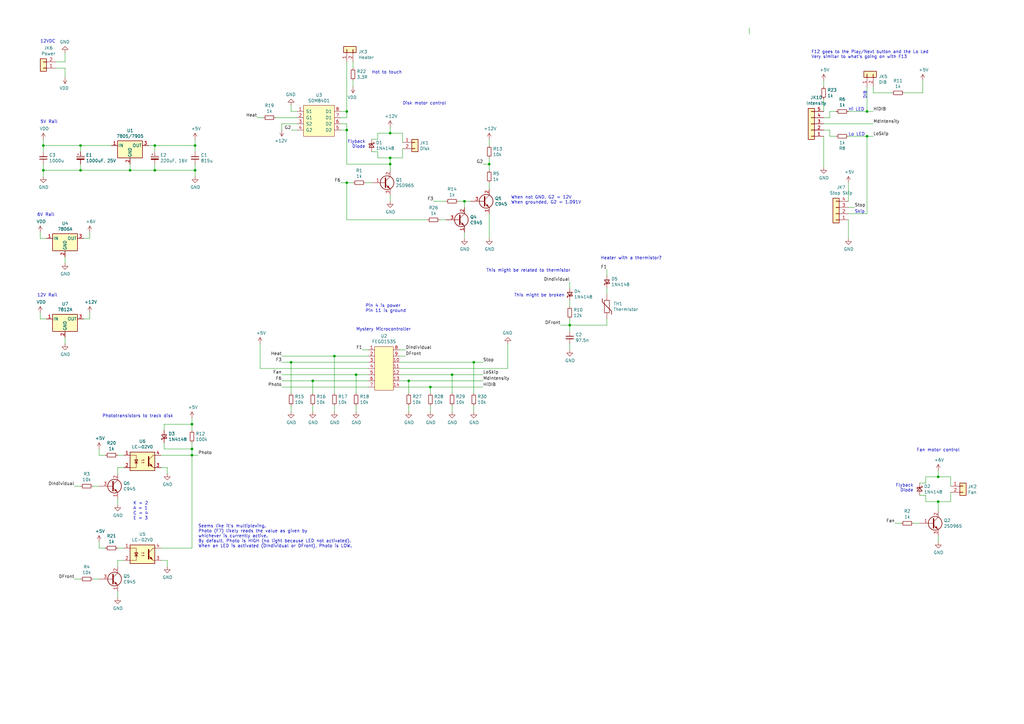
<source format=kicad_sch>
(kicad_sch (version 20211123) (generator eeschema)
  (paper "A3")
  (lib_symbols
    (symbol "Connector_Generic:Conn_01x02" (pin_names (offset 1.016) hide)
      (property "Reference" "J" (at 0 2.54 0))
      (property "Value" "Conn_01x02" (at 0 -5.08 0))
      (symbol "Conn_01x02_1_1"
        (pin passive line (at -5.08 0 0) (length 3.81) (name "Pin_1") (number "1"))
        (pin passive line (at -5.08 -2.54 0) (length 3.81) (name "Pin_2") (number "2"))
      )
    )
    (symbol "Connector_Generic:Conn_01x04" (pin_names (offset 1.016) hide)
      (property "Reference" "J" (at 0 5.08 0))
      (property "Value" "Conn_01x04" (at 0 -7.62 0))
      (symbol "Conn_01x04_1_1"
        (pin passive line (at -5.08 2.54 0) (length 3.81) (name "Pin_1") (number "1"))
        (pin passive line (at -5.08 0 0) (length 3.81) (name "Pin_2") (number "2"))
        (pin passive line (at -5.08 -2.54 0) (length 3.81) (name "Pin_3") (number "3"))
        (pin passive line (at -5.08 -5.08 0) (length 3.81) (name "Pin_4") (number "4"))
      )
    )
    (symbol "Connector_Generic:Conn_01x05" (pin_names (offset 1.016) hide)
      (property "Reference" "J" (at 0 7.62 0))
      (property "Value" "Conn_01x05" (at 0 -7.62 0))
      (symbol "Conn_01x05_1_1"
        (pin passive line (at -5.08 5.08 0) (length 3.81) (name "Pin_1") (number "1"))
        (pin passive line (at -5.08 2.54 0) (length 3.81) (name "Pin_2") (number "2"))
        (pin passive line (at -5.08 0 0) (length 3.81) (name "Pin_3") (number "3"))
        (pin passive line (at -5.08 -2.54 0) (length 3.81) (name "Pin_4") (number "4"))
        (pin passive line (at -5.08 -5.08 0) (length 3.81) (name "Pin_5") (number "5"))
      )
    )
    (symbol "Device:C_Small" (pin_numbers hide) (pin_names (offset 0.254) hide)
      (property "Reference" "C" (at 0.254 1.778 0))
      (property "Value" "C_Small" (at 0.254 -2.032 0))
      (symbol "C_Small_1_1"
        (pin passive line (at 0 2.54 270) (length 2.032) (name "~") (number "1"))
        (pin passive line (at 0 -2.54 90) (length 2.032) (name "~") (number "2"))
      )
    )
    (symbol "Device:D_Schottky_Small" (pin_numbers hide) (pin_names (offset 0.254) hide)
      (property "Reference" "D" (at -1.27 2.032 0))
      (property "Value" "D_Schottky_Small" (at -7.112 -2.032 0))
      (symbol "D_Schottky_Small_1_1"
        (pin passive line (at -2.54 0 0) (length 1.778) (name "K") (number "1"))
        (pin passive line (at 2.54 0 180) (length 1.778) (name "A") (number "2"))
      )
    )
    (symbol "Device:LED_Small" (pin_numbers hide) (pin_names (offset 0.254) hide)
      (property "Reference" "D" (at -1.27 3.175 0))
      (property "Value" "LED_Small" (at -4.445 -2.54 0))
      (symbol "LED_Small_1_1"
        (pin passive line (at -2.54 0 0) (length 1.778) (name "K") (number "1"))
        (pin passive line (at 2.54 0 180) (length 1.778) (name "A") (number "2"))
      )
    )
    (symbol "Device:R_Small" (pin_numbers hide) (pin_names (offset 0.254) hide)
      (property "Reference" "R" (at 0.762 0.508 0))
      (property "Value" "R_Small" (at 0.762 -1.016 0))
      (symbol "R_Small_1_1"
        (pin passive line (at 0 2.54 270) (length 0.762) (name "~") (number "1"))
        (pin passive line (at 0 -2.54 90) (length 0.762) (name "~") (number "2"))
      )
    )
    (symbol "Device:Thermistor" (pin_numbers hide) (pin_names (offset 0))
      (property "Reference" "TH" (at 2.54 1.27 90))
      (property "Value" "Thermistor" (at -2.54 0 90))
      (symbol "Thermistor_1_1"
        (pin passive line (at 0 5.08 270) (length 2.54) (name "~") (number "1"))
        (pin passive line (at 0 -5.08 90) (length 2.54) (name "~") (number "2"))
      )
    )
    (symbol "Isolator:SFH617A-4X006" (pin_names (offset 1.016))
      (property "Reference" "U" (at -5.08 5.08 0))
      (property "Value" "SFH617A-4X006" (at 0 5.08 0))
      (symbol "SFH617A-4X006_1_1"
        (pin passive line (at -7.62 2.54 0) (length 2.54) (name "~") (number "1"))
        (pin passive line (at -7.62 -2.54 0) (length 2.54) (name "~") (number "2"))
        (pin passive line (at 7.62 -2.54 180) (length 2.54) (name "~") (number "3"))
        (pin passive line (at 7.62 2.54 180) (length 2.54) (name "~") (number "4"))
      )
    )
    (symbol "Regulator_Linear:L7805" (pin_names (offset 0.254))
      (property "Reference" "U" (at -3.81 3.175 0))
      (property "Value" "L7805" (at 0 3.175 0))
      (symbol "L7805_1_1"
        (pin power_in line (at -7.62 0 0) (length 2.54) (name "IN") (number "1"))
        (pin power_in line (at 0 -7.62 90) (length 2.54) (name "GND") (number "2"))
        (pin power_out line (at 7.62 0 180) (length 2.54) (name "OUT") (number "3"))
      )
    )
    (symbol "Regulator_Linear:L7806" (pin_names (offset 0.254))
      (property "Reference" "U" (at -3.81 3.175 0))
      (property "Value" "L7806" (at 0 3.175 0))
      (symbol "L7806_1_1"
        (pin power_in line (at -7.62 0 0) (length 2.54) (name "IN") (number "1"))
        (pin power_in line (at 0 -7.62 90) (length 2.54) (name "GND") (number "2"))
        (pin power_out line (at 7.62 0 180) (length 2.54) (name "OUT") (number "3"))
      )
    )
    (symbol "ScentStories-Symphony-rescue:CP_Small-Device" (pin_numbers hide) (pin_names (offset 0.254) hide)
      (property "Reference" "C" (at 0.254 1.778 0))
      (property "Value" "CP_Small-Device" (at 0.254 -2.032 0))
      (symbol "CP_Small-Device_1_1"
        (pin passive line (at 0 2.54 270) (length 1.8542) (name "~") (number "1"))
        (pin passive line (at 0 -2.54 90) (length 1.8542) (name "~") (number "2"))
      )
    )
    (symbol "Switch:SW_DIP_x01" (pin_names (offset 0) hide)
      (property "Reference" "SW" (at 0 3.81 0))
      (property "Value" "SW_DIP_x01" (at 0 -3.81 0))
      (symbol "SW_DIP_x01_1_1"
        (pin passive line (at -7.62 0 0) (length 5.08) (name "~") (number "1"))
        (pin passive line (at 7.62 0 180) (length 5.08) (name "~") (number "2"))
      )
    )
    (symbol "Symphony:FEGO153S" (pin_names (offset 1.016))
      (property "Reference" "U" (at 0 10.16 0))
      (property "Value" "FEGO153S" (at 0 12.7 0))
      (symbol "FEGO153S_1_1"
        (pin input line (at -6.35 7.62 0) (length 2.54) (name "~") (number "1"))
        (pin input line (at 6.35 2.54 180) (length 2.54) (name "~") (number "10"))
        (pin input line (at 6.35 0 180) (length 2.54) (name "~") (number "11"))
        (pin input line (at 6.35 -2.54 180) (length 2.54) (name "~") (number "12"))
        (pin input line (at 6.35 -5.08 180) (length 2.54) (name "~") (number "13"))
        (pin input line (at 6.35 -7.62 180) (length 2.54) (name "~") (number "14"))
        (pin input line (at -6.35 5.08 0) (length 2.54) (name "~") (number "2"))
        (pin input line (at -6.35 2.54 0) (length 2.54) (name "~") (number "3"))
        (pin input line (at -6.35 0 0) (length 2.54) (name "~") (number "4"))
        (pin input line (at -6.35 -2.54 0) (length 2.54) (name "~") (number "5"))
        (pin input line (at -6.35 -5.08 0) (length 2.54) (name "~") (number "6"))
        (pin input line (at -6.35 -7.62 0) (length 2.54) (name "~") (number "7"))
        (pin input line (at 6.35 7.62 180) (length 2.54) (name "~") (number "8"))
        (pin input line (at 6.35 5.08 180) (length 2.54) (name "~") (number "9"))
      )
    )
    (symbol "Symphony:SDM8401" (pin_names (offset 1.016))
      (property "Reference" "U" (at 0 6.35 0))
      (property "Value" "SDM8401" (at 0 8.89 0))
      (symbol "SDM8401_1_1"
        (pin input line (at -8.89 2.54 0) (length 2.54) (name "S1") (number "1"))
        (pin input line (at -8.89 0 0) (length 2.54) (name "G1") (number "2"))
        (pin input line (at -8.89 -2.54 0) (length 2.54) (name "S2") (number "3"))
        (pin input line (at -8.89 -5.08 0) (length 2.54) (name "G2") (number "4"))
        (pin input line (at 8.89 -5.08 180) (length 2.54) (name "D2") (number "5"))
        (pin input line (at 8.89 -2.54 180) (length 2.54) (name "D2") (number "6"))
        (pin input line (at 8.89 0 180) (length 2.54) (name "D1") (number "7"))
        (pin input line (at 8.89 2.54 180) (length 2.54) (name "D1") (number "8"))
      )
    )
    (symbol "Transistor_BJT:2SC1941" (pin_names (offset 0) hide)
      (property "Reference" "Q" (at 5.08 1.905 0))
      (property "Value" "2SC1941" (at 5.08 0 0))
      (symbol "2SC1941_1_1"
        (pin passive line (at 2.54 -5.08 90) (length 2.54) (name "E") (number "1"))
        (pin passive line (at 2.54 5.08 270) (length 2.54) (name "C") (number "2"))
        (pin input line (at -5.08 0 0) (length 5.08) (name "B") (number "3"))
      )
    )
    (symbol "Transistor_BJT:2SD1047" (pin_names (offset 0) hide)
      (property "Reference" "Q" (at 6.35 1.905 0))
      (property "Value" "2SD1047" (at 6.35 0 0))
      (symbol "2SD1047_1_1"
        (pin input line (at -5.08 0 0) (length 5.08) (name "B") (number "1"))
        (pin passive line (at 2.54 5.08 270) (length 2.54) (name "C") (number "2"))
        (pin passive line (at 2.54 -5.08 90) (length 2.54) (name "E") (number "3"))
      )
    )
    (symbol "power:+12V" (power) (pin_names (offset 0))
      (property "Value" "+12V" (at 0 3.556 0))
      (symbol "+12V_1_1"
        (pin power_in line (at 0 0 90) (length 0) hide (name "+12V") (number "1"))
      )
    )
    (symbol "power:+5V" (power) (pin_names (offset 0))
      (property "Value" "+5V" (at 0 3.556 0))
      (symbol "+5V_1_1"
        (pin power_in line (at 0 0 90) (length 0) hide (name "+5V") (number "1"))
      )
    )
    (symbol "power:+6V" (power) (pin_names (offset 0))
      (property "Value" "+6V" (at 0 3.556 0))
      (symbol "+6V_1_1"
        (pin power_in line (at 0 0 90) (length 0) hide (name "+6V") (number "1"))
      )
    )
    (symbol "power:GND" (power) (pin_names (offset 0))
      (property "Value" "GND" (at 0 -3.81 0))
      (symbol "GND_1_1"
        (pin power_in line (at 0 0 270) (length 0) hide (name "GND") (number "1"))
      )
    )
    (symbol "power:VDD" (power) (pin_names (offset 0))
      (property "Value" "VDD" (at 0 3.81 0))
      (symbol "VDD_1_1"
        (pin power_in line (at 0 0 90) (length 0) hide (name "VDD") (number "1"))
      )
    )
  )
  (junction (at 146.05 153.67))
  (junction (at 142.24 74.93))
  (junction (at 33.02 69.85))
  (junction (at 142.24 53.34))
  (junction (at 137.16 146.05))
  (junction (at 80.01 59.69))
  (junction (at 78.74 186.69))
  (junction (at 160.02 64.77))
  (junction (at 355.6 55.88))
  (junction (at 384.81 205.74))
  (junction (at 78.74 173.99))
  (junction (at 63.5 59.69))
  (junction (at 233.68 133.35))
  (junction (at 63.5 69.85))
  (junction (at 17.78 59.69))
  (junction (at 80.01 69.85))
  (junction (at 167.64 156.21))
  (junction (at 200.66 67.31))
  (junction (at 142.24 45.72))
  (junction (at 160.02 54.61))
  (junction (at 33.02 59.69))
  (junction (at 160.02 67.31))
  (junction (at 119.38 148.59))
  (junction (at 190.5 82.55))
  (junction (at 474.98 87.63))
  (junction (at 53.34 69.85))
  (junction (at 185.42 153.67))
  (junction (at 17.78 69.85))
  (junction (at 355.6 45.72))
  (junction (at 176.53 158.75))
  (junction (at 471.17 39.37))
  (junction (at 453.39 50.8))
  (junction (at 128.27 156.21))
  (junction (at 78.74 184.15))
  (junction (at 453.39 39.37))
  (junction (at 384.81 195.58))
  (junction (at 194.31 148.59))
  (wire (pts (xy 185.42 161.29) (xy 185.42 153.67)))
  (wire (pts (xy 80.01 69.85) (xy 80.01 72.39)))
  (wire (pts (xy 63.5 69.85) (xy 53.34 69.85)))
  (wire (pts (xy 40.64 186.69) (xy 40.64 184.15)))
  (wire (pts (xy 50.8 186.69) (xy 48.26 186.69)))
  (wire (pts (xy 80.01 57.15) (xy 80.01 59.69)))
  (wire (pts (xy 340.36 48.26) (xy 337.82 48.26)))
  (wire (pts (xy 30.48 237.49) (xy 33.02 237.49)))
  (wire (pts (xy 449.58 111.76) (xy 447.04 111.76)))
  (wire (pts (xy 453.39 50.8) (xy 453.39 53.34)))
  (wire (pts (xy 115.57 148.59) (xy 119.38 148.59)))
  (wire (pts (xy 347.98 85.09) (xy 350.52 85.09)))
  (wire (pts (xy 190.5 82.55) (xy 193.04 82.55)))
  (wire (pts (xy 379.73 195.58) (xy 384.81 195.58)))
  (wire (pts (xy 248.92 130.81) (xy 248.92 133.35)))
  (wire (pts (xy 67.31 173.99) (xy 67.31 176.53)))
  (wire (pts (xy 80.01 59.69) (xy 80.01 62.23)))
  (wire (pts (xy 19.05 97.79) (xy 16.51 97.79)))
  (wire (pts (xy 48.26 229.87) (xy 48.26 232.41)))
  (wire (pts (xy 40.64 224.79) (xy 40.64 222.25)))
  (wire (pts (xy 447.04 87.63) (xy 447.04 99.06)))
  (wire (pts (xy 200.66 67.31) (xy 198.12 67.31)))
  (wire (pts (xy 26.67 25.4) (xy 22.86 25.4)))
  (wire (pts (xy 36.83 130.81) (xy 36.83 128.27)))
  (wire (pts (xy 121.92 48.26) (xy 113.03 48.26)))
  (wire (pts (xy 471.17 21.59) (xy 471.17 19.05)))
  (wire (pts (xy 19.05 130.81) (xy 16.51 130.81)))
  (wire (pts (xy 154.94 54.61) (xy 160.02 54.61)))
  (wire (pts (xy 347.98 90.17) (xy 347.98 97.79)))
  (wire (pts (xy 139.7 45.72) (xy 142.24 45.72)))
  (wire (pts (xy 176.53 166.37) (xy 176.53 168.91)))
  (wire (pts (xy 485.14 87.63) (xy 482.6 87.63)))
  (wire (pts (xy 80.01 69.85) (xy 63.5 69.85)))
  (wire (pts (xy 67.31 173.99) (xy 78.74 173.99)))
  (wire (pts (xy 119.38 148.59) (xy 119.38 161.29)))
  (wire (pts (xy 453.39 50.8) (xy 455.93 50.8)))
  (wire (pts (xy 17.78 59.69) (xy 33.02 59.69)))
  (wire (pts (xy 177.8 82.55) (xy 182.88 82.55)))
  (wire (pts (xy 106.68 140.97) (xy 106.68 151.13)))
  (wire (pts (xy 16.51 130.81) (xy 16.51 128.27)))
  (wire (pts (xy 43.18 186.69) (xy 40.64 186.69)))
  (wire (pts (xy 146.05 153.67) (xy 151.13 153.67)))
  (wire (pts (xy 167.64 166.37) (xy 167.64 168.91)))
  (wire (pts (xy 347.98 87.63) (xy 355.6 87.63)))
  (wire (pts (xy 152.4 57.15) (xy 154.94 57.15)))
  (wire (pts (xy 167.64 161.29) (xy 167.64 156.21)))
  (wire (pts (xy 106.68 151.13) (xy 151.13 151.13)))
  (wire (pts (xy 119.38 45.72) (xy 119.38 43.18)))
  (wire (pts (xy 50.8 229.87) (xy 48.26 229.87)))
  (wire (pts (xy 80.01 67.31) (xy 80.01 69.85)))
  (wire (pts (xy 63.5 59.69) (xy 63.5 62.23)))
  (wire (pts (xy 154.94 62.23) (xy 154.94 64.77)))
  (wire (pts (xy 17.78 67.31) (xy 17.78 69.85)))
  (polyline (pts (xy 431.8 5.08) (xy 516.89 5.08)))
  (wire (pts (xy 461.01 50.8) (xy 463.55 50.8)))
  (wire (pts (xy 377.19 214.63) (xy 374.65 214.63)))
  (wire (pts (xy 17.78 69.85) (xy 33.02 69.85)))
  (wire (pts (xy 194.31 148.59) (xy 198.12 148.59)))
  (wire (pts (xy 146.05 166.37) (xy 146.05 168.91)))
  (wire (pts (xy 378.46 38.1) (xy 370.84 38.1)))
  (wire (pts (xy 347.98 45.72) (xy 355.6 45.72)))
  (wire (pts (xy 389.89 199.39) (xy 389.89 195.58)))
  (wire (pts (xy 185.42 166.37) (xy 185.42 168.91)))
  (wire (pts (xy 379.73 198.12) (xy 379.73 195.58)))
  (wire (pts (xy 342.9 55.88) (xy 340.36 55.88)))
  (wire (pts (xy 142.24 74.93) (xy 144.78 74.93)))
  (wire (pts (xy 67.31 184.15) (xy 78.74 184.15)))
  (wire (pts (xy 355.6 45.72) (xy 358.14 45.72)))
  (wire (pts (xy 144.78 33.02) (xy 144.78 35.56)))
  (wire (pts (xy 160.02 80.01) (xy 160.02 82.55)))
  (wire (pts (xy 163.83 153.67) (xy 185.42 153.67)))
  (wire (pts (xy 248.92 133.35) (xy 233.68 133.35)))
  (wire (pts (xy 137.16 146.05) (xy 151.13 146.05)))
  (wire (pts (xy 307.34 13.97) (xy 307.34 11.43)))
  (wire (pts (xy 68.58 191.77) (xy 68.58 194.31)))
  (wire (pts (xy 377.19 203.2) (xy 379.73 203.2)))
  (wire (pts (xy 105.41 48.26) (xy 107.95 48.26)))
  (wire (pts (xy 146.05 153.67) (xy 146.05 161.29)))
  (wire (pts (xy 128.27 166.37) (xy 128.27 168.91)))
  (wire (pts (xy 66.04 186.69) (xy 78.74 186.69)))
  (wire (pts (xy 180.34 90.17) (xy 182.88 90.17)))
  (wire (pts (xy 167.64 156.21) (xy 198.12 156.21)))
  (wire (pts (xy 453.39 27.94) (xy 453.39 39.37)))
  (wire (pts (xy 26.67 105.41) (xy 26.67 107.95)))
  (polyline (pts (xy 431.8 128.27) (xy 431.8 5.08)))
  (wire (pts (xy 128.27 161.29) (xy 128.27 156.21)))
  (wire (pts (xy 449.58 87.63) (xy 447.04 87.63)))
  (wire (pts (xy 365.76 38.1) (xy 358.14 38.1)))
  (wire (pts (xy 347.98 55.88) (xy 355.6 55.88)))
  (wire (pts (xy 378.46 33.02) (xy 378.46 38.1)))
  (wire (pts (xy 115.57 50.8) (xy 115.57 53.34)))
  (wire (pts (xy 115.57 153.67) (xy 146.05 153.67)))
  (wire (pts (xy 142.24 74.93) (xy 142.24 90.17)))
  (wire (pts (xy 474.98 121.92) (xy 474.98 111.76)))
  (wire (pts (xy 176.53 158.75) (xy 198.12 158.75)))
  (wire (pts (xy 468.63 39.37) (xy 471.17 39.37)))
  (wire (pts (xy 384.81 205.74) (xy 384.81 209.55)))
  (wire (pts (xy 34.29 97.79) (xy 36.83 97.79)))
  (wire (pts (xy 163.83 151.13) (xy 208.28 151.13)))
  (wire (pts (xy 347.98 74.93) (xy 347.98 82.55)))
  (wire (pts (xy 78.74 171.45) (xy 78.74 173.99)))
  (wire (pts (xy 115.57 146.05) (xy 137.16 146.05)))
  (wire (pts (xy 34.29 130.81) (xy 36.83 130.81)))
  (wire (pts (xy 453.39 39.37) (xy 453.39 50.8)))
  (wire (pts (xy 340.36 53.34) (xy 340.36 55.88)))
  (wire (pts (xy 142.24 45.72) (xy 142.24 25.4)))
  (wire (pts (xy 474.98 87.63) (xy 472.44 87.63)))
  (wire (pts (xy 384.81 195.58) (xy 389.89 195.58)))
  (wire (pts (xy 17.78 72.39) (xy 17.78 69.85)))
  (wire (pts (xy 53.34 69.85) (xy 53.34 67.31)))
  (wire (pts (xy 33.02 59.69) (xy 33.02 62.23)))
  (wire (pts (xy 67.31 181.61) (xy 67.31 184.15)))
  (wire (pts (xy 43.18 224.79) (xy 40.64 224.79)))
  (wire (pts (xy 200.66 87.63) (xy 200.66 97.79)))
  (wire (pts (xy 154.94 57.15) (xy 154.94 54.61)))
  (wire (pts (xy 377.19 198.12) (xy 379.73 198.12)))
  (polyline (pts (xy 431.8 63.5) (xy 516.89 63.5)))
  (wire (pts (xy 78.74 186.69) (xy 78.74 224.79)))
  (wire (pts (xy 461.01 39.37) (xy 463.55 39.37)))
  (wire (pts (xy 78.74 173.99) (xy 78.74 176.53)))
  (wire (pts (xy 200.66 69.85) (xy 200.66 67.31)))
  (wire (pts (xy 379.73 203.2) (xy 379.73 205.74)))
  (wire (pts (xy 119.38 166.37) (xy 119.38 168.91)))
  (wire (pts (xy 447.04 111.76) (xy 447.04 121.92)))
  (wire (pts (xy 137.16 161.29) (xy 137.16 146.05)))
  (wire (pts (xy 142.24 53.34) (xy 139.7 53.34)))
  (wire (pts (xy 233.68 125.73) (xy 233.68 123.19)))
  (wire (pts (xy 160.02 54.61) (xy 160.02 52.07)))
  (wire (pts (xy 190.5 95.25) (xy 190.5 97.79)))
  (wire (pts (xy 384.81 205.74) (xy 389.89 205.74)))
  (wire (pts (xy 139.7 74.93) (xy 142.24 74.93)))
  (wire (pts (xy 389.89 201.93) (xy 389.89 205.74)))
  (wire (pts (xy 355.6 55.88) (xy 358.14 55.88)))
  (wire (pts (xy 142.24 48.26) (xy 139.7 48.26)))
  (wire (pts (xy 163.83 156.21) (xy 167.64 156.21)))
  (wire (pts (xy 355.6 35.56) (xy 355.6 45.72)))
  (wire (pts (xy 163.83 143.51) (xy 166.37 143.51)))
  (wire (pts (xy 128.27 156.21) (xy 151.13 156.21)))
  (wire (pts (xy 30.48 199.39) (xy 33.02 199.39)))
  (wire (pts (xy 121.92 53.34) (xy 119.38 53.34)))
  (wire (pts (xy 379.73 205.74) (xy 384.81 205.74)))
  (wire (pts (xy 194.31 161.29) (xy 194.31 148.59)))
  (wire (pts (xy 471.17 39.37) (xy 471.17 41.91)))
  (wire (pts (xy 176.53 161.29) (xy 176.53 158.75)))
  (wire (pts (xy 121.92 45.72) (xy 119.38 45.72)))
  (wire (pts (xy 152.4 62.23) (xy 154.94 62.23)))
  (wire (pts (xy 33.02 69.85) (xy 53.34 69.85)))
  (wire (pts (xy 48.26 191.77) (xy 50.8 191.77)))
  (wire (pts (xy 163.83 158.75) (xy 176.53 158.75)))
  (wire (pts (xy 119.38 148.59) (xy 151.13 148.59)))
  (wire (pts (xy 384.81 219.71) (xy 384.81 222.25)))
  (wire (pts (xy 33.02 67.31) (xy 33.02 69.85)))
  (wire (pts (xy 200.66 74.93) (xy 200.66 77.47)))
  (wire (pts (xy 233.68 133.35) (xy 233.68 130.81)))
  (wire (pts (xy 337.82 53.34) (xy 340.36 53.34)))
  (wire (pts (xy 453.39 39.37) (xy 455.93 39.37)))
  (wire (pts (xy 455.93 27.94) (xy 453.39 27.94)))
  (wire (pts (xy 78.74 184.15) (xy 78.74 186.69)))
  (wire (pts (xy 78.74 186.69) (xy 81.28 186.69)))
  (wire (pts (xy 474.98 87.63) (xy 477.52 87.63)))
  (wire (pts (xy 369.57 214.63) (xy 367.03 214.63)))
  (wire (pts (xy 160.02 54.61) (xy 165.1 54.61)))
  (wire (pts (xy 337.82 55.88) (xy 337.82 68.58)))
  (wire (pts (xy 200.66 59.69) (xy 200.66 57.15)))
  (wire (pts (xy 233.68 135.89) (xy 233.68 133.35)))
  (wire (pts (xy 165.1 60.96) (xy 165.1 64.77)))
  (wire (pts (xy 66.04 191.77) (xy 68.58 191.77)))
  (wire (pts (xy 66.04 229.87) (xy 68.58 229.87)))
  (wire (pts (xy 337.82 35.56) (xy 337.82 33.02)))
  (wire (pts (xy 45.72 59.69) (xy 33.02 59.69)))
  (polyline (pts (xy 516.89 5.08) (xy 516.89 128.27)))
  (wire (pts (xy 490.22 87.63) (xy 492.76 87.63)))
  (wire (pts (xy 115.57 158.75) (xy 151.13 158.75)))
  (wire (pts (xy 63.5 67.31) (xy 63.5 69.85)))
  (wire (pts (xy 78.74 184.15) (xy 78.74 181.61)))
  (wire (pts (xy 342.9 45.72) (xy 340.36 45.72)))
  (wire (pts (xy 48.26 242.57) (xy 48.26 245.11)))
  (wire (pts (xy 200.66 67.31) (xy 200.66 64.77)))
  (wire (pts (xy 142.24 67.31) (xy 142.24 53.34)))
  (wire (pts (xy 474.98 87.63) (xy 474.98 99.06)))
  (wire (pts (xy 340.36 45.72) (xy 340.36 48.26)))
  (wire (pts (xy 233.68 143.51) (xy 233.68 140.97)))
  (wire (pts (xy 187.96 82.55) (xy 190.5 82.55)))
  (wire (pts (xy 121.92 50.8) (xy 115.57 50.8)))
  (polyline (pts (xy 516.89 128.27) (xy 431.8 128.27)))
  (wire (pts (xy 148.59 143.51) (xy 151.13 143.51)))
  (wire (pts (xy 142.24 50.8) (xy 142.24 53.34)))
  (wire (pts (xy 384.81 195.58) (xy 384.81 193.04)))
  (wire (pts (xy 165.1 58.42) (xy 165.1 54.61)))
  (wire (pts (xy 68.58 229.87) (xy 68.58 232.41)))
  (wire (pts (xy 233.68 133.35) (xy 229.87 133.35)))
  (wire (pts (xy 492.76 87.63) (xy 492.76 99.06)))
  (wire (pts (xy 233.68 118.11) (xy 233.68 115.57)))
  (wire (pts (xy 185.42 153.67) (xy 198.12 153.67)))
  (wire (pts (xy 139.7 50.8) (xy 142.24 50.8)))
  (wire (pts (xy 26.67 27.94) (xy 22.86 27.94)))
  (wire (pts (xy 160.02 67.31) (xy 160.02 69.85)))
  (wire (pts (xy 160.02 67.31) (xy 142.24 67.31)))
  (wire (pts (xy 48.26 204.47) (xy 48.26 207.01)))
  (wire (pts (xy 26.67 138.43) (xy 26.67 140.97)))
  (wire (pts (xy 163.83 146.05) (xy 166.37 146.05)))
  (wire (pts (xy 248.92 120.65) (xy 248.92 118.11)))
  (wire (pts (xy 36.83 97.79) (xy 36.83 95.25)))
  (wire (pts (xy 208.28 140.97) (xy 208.28 151.13)))
  (wire (pts (xy 154.94 64.77) (xy 160.02 64.77)))
  (wire (pts (xy 78.74 224.79) (xy 66.04 224.79)))
  (wire (pts (xy 160.02 64.77) (xy 165.1 64.77)))
  (wire (pts (xy 40.64 199.39) (xy 38.1 199.39)))
  (wire (pts (xy 26.67 21.59) (xy 26.67 25.4)))
  (wire (pts (xy 16.51 97.79) (xy 16.51 95.25)))
  (wire (pts (xy 60.96 59.69) (xy 63.5 59.69)))
  (wire (pts (xy 474.98 111.76) (xy 472.44 111.76)))
  (wire (pts (xy 63.5 59.69) (xy 80.01 59.69)))
  (wire (pts (xy 337.82 40.64) (xy 337.82 45.72)))
  (wire (pts (xy 461.01 27.94) (xy 463.55 27.94)))
  (wire (pts (xy 358.14 38.1) (xy 358.14 35.56)))
  (wire (pts (xy 142.24 90.17) (xy 175.26 90.17)))
  (wire (pts (xy 163.83 148.59) (xy 194.31 148.59)))
  (wire (pts (xy 137.16 166.37) (xy 137.16 168.91)))
  (wire (pts (xy 40.64 237.49) (xy 38.1 237.49)))
  (wire (pts (xy 337.82 50.8) (xy 358.14 50.8)))
  (wire (pts (xy 50.8 224.79) (xy 48.26 224.79)))
  (wire (pts (xy 48.26 194.31) (xy 48.26 191.77)))
  (wire (pts (xy 17.78 57.15) (xy 17.78 59.69)))
  (wire (pts (xy 17.78 59.69) (xy 17.78 62.23)))
  (wire (pts (xy 144.78 25.4) (xy 144.78 27.94)))
  (wire (pts (xy 355.6 87.63) (xy 355.6 55.88)))
  (wire (pts (xy 471.17 39.37) (xy 471.17 36.83)))
  (wire (pts (xy 457.2 87.63) (xy 454.66 87.63)))
  (wire (pts (xy 160.02 64.77) (xy 160.02 67.31)))
  (wire (pts (xy 194.31 166.37) (xy 194.31 168.91)))
  (wire (pts (xy 457.2 111.76) (xy 454.66 111.76)))
  (wire (pts (xy 115.57 156.21) (xy 128.27 156.21)))
  (wire (pts (xy 248.92 113.03) (xy 248.92 110.49)))
  (wire (pts (xy 26.67 31.75) (xy 26.67 27.94)))
  (wire (pts (xy 152.4 74.93) (xy 149.86 74.93)))
  (wire (pts (xy 190.5 85.09) (xy 190.5 82.55)))
  (wire (pts (xy 142.24 45.72) (xy 142.24 48.26)))
  (text "Intensity Panel" (at 448.31 15.24 0) (effects (font (size 2.9972 2.9972)) (justify left bottom)))
  (text "Phototransistors to track disk" (at 41.91 171.45 0) (effects (font (size 1.27 1.27)) (justify left bottom)))
  (text "12V Rail" (at 15.24 121.92 0) (effects (font (size 1.27 1.27)) (justify left bottom)))
  (text "K = 2\nA = 1\nC = 4\nE = 3" (at 54.61 213.36 0) (effects (font (size 1.27 1.27)) (justify left bottom)))
  (text "Heater with a thermistor?" (at 246.38 106.68 0) (effects (font (size 1.27 1.27)) (justify left bottom)))
  (text "DIB" (at 355.6 40.64 90) (effects (font (size 1.27 1.27)) (justify left bottom)))
  (text "Flyback\nDiode" (at 374.65 201.93 180) (effects (font (size 1.27 1.27)) (justify right bottom)))
  (text "5V Rail" (at 16.51 50.8 0) (effects (font (size 1.27 1.27)) (justify left bottom)))
  (text "Skip" (at 350.52 87.63 0) (effects (font (size 1.27 1.27)) (justify left bottom)))
  (text "Separate PCB panels for front-end buttons" (at 431.8 3.81 0) (effects (font (size 1.27 1.27)) (justify left bottom)))
  (text "Flyback\nDiode" (at 149.86 60.96 180) (effects (font (size 1.27 1.27)) (justify right bottom)))
  (text "Hot to touch" (at 152.4 30.48 0) (effects (font (size 1.27 1.27)) (justify left bottom)))
  (text "Stop/Skip Panel" (at 445.77 76.2 0) (effects (font (size 2.9972 2.9972)) (justify left bottom)))
  (text "Disk motor control" (at 165.1 43.18 0) (effects (font (size 1.2446 1.2446)) (justify left bottom)))
  (text "Hi LED" (at 347.98 45.72 0) (effects (font (size 1.27 1.27)) (justify left bottom)))
  (text "This might be related to thermistor" (at 199.39 111.76 0) (effects (font (size 1.27 1.27)) (justify left bottom)))
  (text "Seems like it's multiplexing.\nPhoto (F7) likely reads the value as given by\nwhichever is currently active.\nBy default, Photo is HIGH (no light because LED not activated).\nWhen an LED is activated (DIndividual or DFront), Photo is LOW." (at 81.28 224.79 0) (effects (font (size 1.27 1.27)) (justify left bottom)))
  (text "Pin 4 is power\nPin 11 is ground" (at 149.86 128.27 0) (effects (font (size 1.27 1.27)) (justify left bottom)))
  (text "12VDC" (at 16.51 17.78 0) (effects (font (size 1.27 1.27)) (justify left bottom)))
  (text "6V Rail" (at 15.24 88.9 0) (effects (font (size 1.27 1.27)) (justify left bottom)))
  (text "Lo LED" (at 347.98 55.88 0) (effects (font (size 1.27 1.27)) (justify left bottom)))
  (text "F12 goes to the Play/Next button and the Lo Led\nVery similar to what's going on with F13" (at 332.74 24.13 0) (effects (font (size 1.2446 1.2446)) (justify left bottom)))
  (text "This might be broken" (at 210.82 121.92 0) (effects (font (size 1.27 1.27)) (justify left bottom)))
  (text "When not GND, G2 = 12V\nWhen grounded, G2 = 1.091V" (at 209.55 83.82 0) (effects (font (size 1.27 1.27)) (justify left bottom)))
  (text "Mystery Microcontroller" (at 146.05 135.89 0) (effects (font (size 1.27 1.27)) (justify left bottom)))
  (text "Fan motor control" (at 375.92 185.42 0) (effects (font (size 1.27 1.27)) (justify left bottom)))
  (label "S2" (at 474.98 99.06 0))
  (label "F3" (at 177.8 82.55 180))
  (label "I1" (at 471.17 19.05 0) (effects (font (size 1.2446 1.2446))))
  (label "HiDIB" (at 198.12 158.75 0))
  (label "DIndividual" (at 233.68 115.57 180))
  (label "S4" (at 447.04 121.92 0))
  (label "I5" (at 453.39 53.34 270) (effects (font (size 1.2446 1.2446))))
  (label "DFront" (at 30.48 237.49 180))
  (label "DFront" (at 229.87 133.35 180))
  (label "F1" (at 148.59 143.51 180))
  (label "I4" (at 463.55 27.94 0) (effects (font (size 1.2446 1.2446))))
  (label "I3" (at 471.17 41.91 270) (effects (font (size 1.2446 1.2446))))
  (label "Stop" (at 198.12 148.59 0))
  (label "G2" (at 198.12 67.31 180))
  (label "S3" (at 474.98 121.92 0))
  (label "HiDIB" (at 358.14 45.72 0))
  (label "F6" (at 139.7 74.93 180))
  (label "MdIntensity" (at 198.12 156.21 0))
  (label "F3" (at 115.57 148.59 180))
  (label "DFront" (at 166.37 146.05 0))
  (label "F6" (at 115.57 156.21 180))
  (label "DIndividual" (at 30.48 199.39 180))
  (label "Heat" (at 115.57 146.05 180))
  (label "LoSkip" (at 358.14 55.88 0))
  (label "Stop" (at 350.52 85.09 0))
  (label "F1" (at 248.92 110.49 180))
  (label "I2" (at 463.55 50.8 0) (effects (font (size 1.2446 1.2446))))
  (label "Fan" (at 367.03 214.63 180))
  (label "DIndividual" (at 166.37 143.51 0))
  (label "Photo" (at 81.28 186.69 0))
  (label "Photo" (at 115.57 158.75 180))
  (label "S4" (at 447.04 99.06 0))
  (label "S1" (at 492.76 99.06 0))
  (label "MdIntensity" (at 358.14 50.8 0))
  (label "Fan" (at 115.57 153.67 180))
  (label "Heat" (at 105.41 48.26 180))
  (label "LoSkip" (at 198.12 153.67 0))
  (label "G2" (at 119.38 53.34 180))
  (symbol (lib_id "Regulator_Linear:L7806") (at 26.67 97.79 0) (unit 1)
    (property "Reference" "U4" (at 26.67 91.6432 0))
    (property "Value" "7806A" (at 26.67 93.9546 0))
    (property "Datasheet" "https://pdf1.alldatasheet.es/datasheet-pdf/view/335030/HUASHAN/H7806A.html" (effects hide))
  )
  (symbol (lib_id "power:GND") (at 26.67 107.95 0) (unit 1)
    (property "Reference" "#PWR?" (effects hide))
    (property "Value" "GND" (at 26.797 112.3442 0))
  )
  (symbol (lib_id "power:VDD") (at 16.51 95.25 0) (unit 1)
    (property "Reference" "#PWR?" (effects hide))
    (property "Value" "VDD" (at 16.891 90.8558 0))
  )
  (symbol (lib_id "Regulator_Linear:L7806") (at 26.67 130.81 0) (unit 1)
    (property "Reference" "U7" (at 26.67 124.6632 0))
    (property "Value" "7812A" (at 26.67 126.9746 0))
    (property "Datasheet" "https://protosupplies.com/product/voltage-regulator-7812-12v-1a/" (effects hide))
  )
  (symbol (lib_id "power:VDD") (at 16.51 128.27 0) (unit 1)
    (property "Reference" "#PWR?" (effects hide))
    (property "Value" "VDD" (at 16.891 123.8758 0))
  )
  (symbol (lib_id "power:GND") (at 26.67 140.97 0) (unit 1)
    (property "Reference" "#PWR?" (effects hide))
    (property "Value" "GND" (at 26.797 145.3642 0))
  )
  (symbol (lib_id "power:+12V") (at 36.83 128.27 0) (unit 1)
    (property "Reference" "#PWR?" (effects hide))
    (property "Value" "+12V" (at 37.211 123.8758 0))
  )
  (symbol (lib_id "power:+6V") (at 36.83 95.25 0) (unit 1)
    (property "Reference" "#PWR?" (effects hide))
    (property "Value" "+6V" (at 37.211 90.8558 0))
  )
  (symbol (lib_id "Device:R_Small") (at 144.78 30.48 0) (unit 1)
    (property "Reference" "R22" (at 146.2786 29.3116 0) (effects (justify left)))
    (property "Value" "3.3R" (at 146.2786 31.623 0) (effects (justify left)))
  )
  (symbol (lib_id "Transistor_BJT:2SD1047") (at 382.27 214.63 0) (unit 1)
    (property "Reference" "Q2" (at 387.096 213.4616 0) (effects (justify left)))
    (property "Value" "2SD965" (at 387.096 215.773 0) (effects (justify left)))
    (property "Footprint" "Package_TO_SOT_THT:TO-3PB-3_Vertical" (effects hide))
    (property "Datasheet" "http://www.st.com/resource/en/datasheet/2sd1047.pdf" (effects hide))
  )
  (symbol (lib_id "power:GND") (at 384.81 222.25 0) (unit 1)
    (property "Reference" "#PWR?" (effects hide))
    (property "Value" "GND" (at 384.937 226.6442 0))
  )
  (symbol (lib_id "Symphony:FEGO153S") (at 157.48 151.13 0) (unit 1)
    (property "Reference" "U2" (at 157.48 137.795 0))
    (property "Value" "FEGO153S" (at 157.48 140.1064 0))
  )
  (symbol (lib_id "power:+5V") (at 378.46 33.02 0) (unit 1)
    (property "Reference" "#PWR?" (effects hide))
    (property "Value" "+5V" (at 378.841 28.6258 0))
  )
  (symbol (lib_id "ScentStories-Symphony-rescue:CP_Small-Device") (at 63.5 64.77 0) (unit 1)
    (property "Reference" "E2" (at 65.7352 63.6016 0) (effects (justify left)))
    (property "Value" "220uF, 16V" (at 65.7352 65.913 0) (effects (justify left)))
  )
  (symbol (lib_id "Isolator:SFH617A-4X006") (at 58.42 189.23 0) (unit 1)
    (property "Reference" "U6" (at 58.42 180.975 0))
    (property "Value" "LC-02V0" (at 58.42 183.2864 0))
    (property "Footprint" "Package_DIP:DIP-4_W10.16mm" (effects hide))
    (property "Datasheet" "http://www.vishay.com/docs/83740/sfh617a.pdf" (effects hide))
  )
  (symbol (lib_id "Isolator:SFH617A-4X006") (at 58.42 227.33 0) (unit 1)
    (property "Reference" "U5" (at 58.42 219.075 0))
    (property "Value" "LC-02V0" (at 58.42 221.3864 0))
    (property "Footprint" "Package_DIP:DIP-4_W10.16mm" (effects hide))
    (property "Datasheet" "http://www.vishay.com/docs/83740/sfh617a.pdf" (effects hide))
  )
  (symbol (lib_id "Device:R_Small") (at 45.72 224.79 270) (unit 1)
    (property "Reference" "R21" (at 45.72 219.8116 90))
    (property "Value" "1k" (at 45.72 222.123 90))
  )
  (symbol (lib_id "Device:R_Small") (at 45.72 186.69 270) (unit 1)
    (property "Reference" "R20" (at 45.72 181.7116 90))
    (property "Value" "1k" (at 45.72 184.023 90))
  )
  (symbol (lib_id "Device:R_Small") (at 137.16 163.83 0) (unit 1)
    (property "Reference" "R17" (at 138.6586 162.6616 0) (effects (justify left)))
    (property "Value" "10k" (at 138.6586 164.973 0) (effects (justify left)))
  )
  (symbol (lib_id "Device:R_Small") (at 119.38 163.83 0) (unit 1)
    (property "Reference" "R15" (at 120.8786 162.6616 0) (effects (justify left)))
    (property "Value" "10k" (at 120.8786 164.973 0) (effects (justify left)))
  )
  (symbol (lib_id "Device:R_Small") (at 128.27 163.83 0) (unit 1)
    (property "Reference" "R16" (at 129.7686 162.6616 0) (effects (justify left)))
    (property "Value" "10k" (at 129.7686 164.973 0) (effects (justify left)))
  )
  (symbol (lib_id "Device:R_Small") (at 146.05 163.83 0) (unit 1)
    (property "Reference" "R18" (at 147.5486 162.6616 0) (effects (justify left)))
    (property "Value" "10k" (at 147.5486 164.973 0) (effects (justify left)))
  )
  (symbol (lib_id "Device:R_Small") (at 177.8 90.17 270) (unit 1)
    (property "Reference" "R26" (at 177.8 85.1916 90))
    (property "Value" "1k" (at 177.8 87.503 90))
  )
  (symbol (lib_id "Transistor_BJT:2SC1941") (at 187.96 90.17 0) (unit 1)
    (property "Reference" "Q4" (at 192.8114 89.0016 0) (effects (justify left)))
    (property "Value" "C945" (at 192.8114 91.313 0) (effects (justify left)))
    (property "Footprint" "Package_TO_SOT_THT:TO-92_Inline" (effects hide))
    (property "Datasheet" "http://www.ges.cz/sheets/2/2sc945.pdf" (effects hide))
  )
  (symbol (lib_id "Transistor_BJT:2SC1941") (at 198.12 82.55 0) (unit 1)
    (property "Reference" "Q5" (at 202.9714 81.3816 0) (effects (justify left)))
    (property "Value" "C945" (at 202.9714 83.693 0) (effects (justify left)))
    (property "Footprint" "Package_TO_SOT_THT:TO-92_Inline" (effects hide))
    (property "Datasheet" "http://rtellason.com/transdata/2sc1941.pdf" (effects hide))
  )
  (symbol (lib_id "Device:R_Small") (at 185.42 82.55 90) (unit 1)
    (property "Reference" "R14" (at 185.42 77.5716 90))
    (property "Value" "1k" (at 185.42 79.883 90))
  )
  (symbol (lib_id "Symphony:SDM8401") (at 130.81 48.26 0) (unit 1)
    (property "Reference" "U3" (at 130.81 38.989 0))
    (property "Value" "SDM8401" (at 130.81 41.3004 0))
  )
  (symbol (lib_id "Device:R_Small") (at 200.66 62.23 0) (unit 1)
    (property "Reference" "R13" (at 202.1586 61.0616 0) (effects (justify left)))
    (property "Value" "10k" (at 202.1586 63.373 0) (effects (justify left)))
  )
  (symbol (lib_id "power:+12V") (at 200.66 57.15 0) (unit 1)
    (property "Reference" "#PWR?" (effects hide))
    (property "Value" "+12V" (at 201.041 52.7558 0))
  )
  (symbol (lib_id "power:GND") (at 119.38 43.18 180) (unit 1)
    (property "Reference" "#PWR?" (effects hide))
    (property "Value" "GND" (at 119.253 38.7858 0))
  )
  (symbol (lib_id "power:GND") (at 68.58 232.41 0) (unit 1)
    (property "Reference" "#PWR?" (effects hide))
    (property "Value" "GND" (at 68.707 236.8042 0))
  )
  (symbol (lib_id "Transistor_BJT:2SC1941") (at 45.72 199.39 0) (unit 1)
    (property "Reference" "Q6" (at 50.5714 198.2216 0) (effects (justify left)))
    (property "Value" "C945" (at 50.5714 200.533 0) (effects (justify left)))
    (property "Footprint" "Package_TO_SOT_THT:TO-92_Inline" (effects hide))
    (property "Datasheet" "http://rtellason.com/transdata/2sc1941.pdf" (effects hide))
  )
  (symbol (lib_id "Transistor_BJT:2SC1941") (at 45.72 237.49 0) (unit 1)
    (property "Reference" "Q5" (at 50.5714 236.3216 0) (effects (justify left)))
    (property "Value" "C945" (at 50.5714 238.633 0) (effects (justify left)))
    (property "Footprint" "Package_TO_SOT_THT:TO-92_Inline" (effects hide))
    (property "Datasheet" "http://rtellason.com/transdata/2sc1941.pdf" (effects hide))
  )
  (symbol (lib_id "power:GND") (at 48.26 207.01 0) (unit 1)
    (property "Reference" "#PWR?" (effects hide))
    (property "Value" "GND" (at 48.387 211.4042 0))
  )
  (symbol (lib_id "power:GND") (at 48.26 245.11 0) (unit 1)
    (property "Reference" "#PWR?" (effects hide))
    (property "Value" "GND" (at 48.387 249.5042 0))
  )
  (symbol (lib_id "Device:R_Small") (at 35.56 237.49 270) (unit 1)
    (property "Reference" "R4" (at 35.56 232.5116 90))
    (property "Value" "10k" (at 35.56 234.823 90))
  )
  (symbol (lib_id "Device:D_Schottky_Small") (at 233.68 120.65 90) (unit 1)
    (property "Reference" "D4" (at 235.458 119.4816 90) (effects (justify right)))
    (property "Value" "1N4148" (at 235.458 121.793 90) (effects (justify right)))
  )
  (symbol (lib_id "Device:R_Small") (at 233.68 128.27 0) (unit 1)
    (property "Reference" "R10" (at 235.1786 127.1016 0) (effects (justify left)))
    (property "Value" "12k" (at 235.1786 129.413 0) (effects (justify left)))
  )
  (symbol (lib_id "Device:C_Small") (at 233.68 138.43 0) (unit 1)
    (property "Reference" "C2" (at 236.0168 137.2616 0) (effects (justify left)))
    (property "Value" "97.5n" (at 236.0168 139.573 0) (effects (justify left)))
  )
  (symbol (lib_id "Regulator_Linear:L7805") (at 53.34 59.69 0) (unit 1)
    (property "Reference" "U1" (at 53.34 53.5432 0))
    (property "Value" "7805/7905" (at 53.34 55.8546 0))
    (property "Datasheet" "http://www.st.com/content/ccc/resource/technical/document/datasheet/41/4f/b3/b0/12/d4/47/88/CD00000444.pdf/files/CD00000444.pdf/jcr:content/translations/en.CD00000444.pdf" (effects hide))
  )
  (symbol (lib_id "ScentStories-Symphony-rescue:CP_Small-Device") (at 33.02 64.77 0) (unit 1)
    (property "Reference" "E1" (at 35.2552 63.6016 0) (effects (justify left)))
    (property "Value" "1000uF, 25V" (at 35.2552 65.913 0) (effects (justify left)))
  )
  (symbol (lib_id "Device:C_Small") (at 17.78 64.77 180) (unit 1)
    (property "Reference" "C3" (at 20.1168 63.6016 0) (effects (justify right)))
    (property "Value" "1000u" (at 20.1168 65.913 0) (effects (justify right)))
  )
  (symbol (lib_id "power:GND") (at 17.78 72.39 0) (unit 1)
    (property "Reference" "#PWR?" (effects hide))
    (property "Value" "GND" (at 17.907 76.7842 0))
  )
  (symbol (lib_id "power:VDD") (at 17.78 57.15 0) (unit 1)
    (property "Reference" "#PWR?" (effects hide))
    (property "Value" "VDD" (at 18.161 52.7558 0))
  )
  (symbol (lib_id "power:GND") (at 68.58 194.31 0) (unit 1)
    (property "Reference" "#PWR?" (effects hide))
    (property "Value" "GND" (at 68.707 198.7042 0))
  )
  (symbol (lib_id "power:+5V") (at 40.64 184.15 0) (unit 1)
    (property "Reference" "#PWR?" (effects hide))
    (property "Value" "+5V" (at 41.021 179.7558 0))
  )
  (symbol (lib_id "power:+5V") (at 40.64 222.25 0) (unit 1)
    (property "Reference" "#PWR?" (effects hide))
    (property "Value" "+5V" (at 41.021 217.8558 0))
  )
  (symbol (lib_id "Device:C_Small") (at 80.01 64.77 0) (unit 1)
    (property "Reference" "C1" (at 82.3468 63.6016 0) (effects (justify left)))
    (property "Value" "815u" (at 82.3468 65.913 0) (effects (justify left)))
  )
  (symbol (lib_id "power:+5V") (at 80.01 57.15 0) (unit 1)
    (property "Reference" "#PWR?" (effects hide))
    (property "Value" "+5V" (at 80.391 52.7558 0))
  )
  (symbol (lib_id "power:VDD") (at 144.78 35.56 180) (unit 1)
    (property "Reference" "#PWR?" (effects hide))
    (property "Value" "VDD" (at 144.399 39.9542 0))
  )
  (symbol (lib_id "power:GND") (at 208.28 140.97 180) (unit 1)
    (property "Reference" "#PWR?" (effects hide))
    (property "Value" "GND" (at 208.153 136.5758 0))
  )
  (symbol (lib_id "power:GND") (at 167.64 168.91 0) (unit 1)
    (property "Reference" "#PWR?" (effects hide))
    (property "Value" "GND" (at 167.767 173.3042 0))
  )
  (symbol (lib_id "power:GND") (at 185.42 168.91 0) (unit 1)
    (property "Reference" "#PWR?" (effects hide))
    (property "Value" "GND" (at 185.547 173.3042 0))
  )
  (symbol (lib_id "power:GND") (at 137.16 168.91 0) (unit 1)
    (property "Reference" "#PWR?" (effects hide))
    (property "Value" "GND" (at 137.287 173.3042 0))
  )
  (symbol (lib_id "Device:LED_Small") (at 458.47 27.94 0) (unit 1)
    (property "Reference" "LED1" (at 458.47 21.971 0))
    (property "Value" "Hi Led" (at 458.47 24.2824 0))
  )
  (symbol (lib_id "Device:LED_Small") (at 458.47 39.37 0) (unit 1)
    (property "Reference" "LED2" (at 458.47 33.401 0))
    (property "Value" "Md Led" (at 458.47 35.7124 0))
  )
  (symbol (lib_id "Device:LED_Small") (at 458.47 50.8 0) (unit 1)
    (property "Reference" "LED3" (at 458.47 44.831 0))
    (property "Value" "Lo Led" (at 458.47 47.1424 0))
  )
  (symbol (lib_id "Switch:SW_DIP_x01") (at 471.17 29.21 270) (unit 1)
    (property "Reference" "SW2" (at 474.472 28.0416 90) (effects (justify left)))
    (property "Value" "SW_DIP_x01" (at 474.472 30.353 90) (effects (justify left)))
  )
  (symbol (lib_id "Device:R_Small") (at 466.09 39.37 270) (unit 1)
    (property "Reference" "R7" (at 466.09 34.3916 90))
    (property "Value" "1k" (at 466.09 36.703 90))
  )
  (symbol (lib_id "power:GND") (at 190.5 97.79 0) (unit 1)
    (property "Reference" "#PWR?" (effects hide))
    (property "Value" "GND" (at 190.627 102.1842 0))
  )
  (symbol (lib_id "power:GND") (at 146.05 168.91 0) (unit 1)
    (property "Reference" "#PWR?" (effects hide))
    (property "Value" "GND" (at 146.177 173.3042 0))
  )
  (symbol (lib_id "power:+12V") (at 115.57 53.34 180) (unit 1)
    (property "Reference" "#PWR?" (effects hide))
    (property "Value" "+12V" (at 115.189 57.7342 0))
  )
  (symbol (lib_id "power:GND") (at 233.68 143.51 0) (unit 1)
    (property "Reference" "#PWR?" (effects hide))
    (property "Value" "GND" (at 233.807 147.9042 0))
  )
  (symbol (lib_id "Device:LED_Small") (at 487.68 87.63 0) (unit 1)
    (property "Reference" "LED4" (at 487.68 92.8878 0))
    (property "Value" "On" (at 487.68 90.5764 0))
  )
  (symbol (lib_id "Device:R_Small") (at 480.06 87.63 270) (unit 1)
    (property "Reference" "R9" (at 480.06 82.6516 90))
    (property "Value" "R_Small" (at 480.06 84.963 90))
  )
  (symbol (lib_id "Switch:SW_DIP_x01") (at 464.82 87.63 0) (unit 1)
    (property "Reference" "SW4" (at 464.82 80.8482 0))
    (property "Value" "Stop" (at 464.82 83.1596 0))
  )
  (symbol (lib_id "Device:R_Small") (at 452.12 87.63 270) (unit 1)
    (property "Reference" "R25" (at 452.12 82.6516 90))
    (property "Value" "R_Small" (at 452.12 84.963 90))
  )
  (symbol (lib_id "Switch:SW_DIP_x01") (at 464.82 111.76 0) (unit 1)
    (property "Reference" "SW3" (at 464.82 104.9782 0))
    (property "Value" "Skip" (at 464.82 107.2896 0))
  )
  (symbol (lib_id "Device:R_Small") (at 452.12 111.76 270) (unit 1)
    (property "Reference" "R24" (at 452.12 106.7816 90))
    (property "Value" "R_Small" (at 452.12 109.093 90))
  )
  (symbol (lib_id "Device:R_Small") (at 368.3 38.1 90) (unit 1)
    (property "Reference" "R11" (at 368.3 33.1216 90))
    (property "Value" "1k" (at 368.3 35.433 90))
  )
  (symbol (lib_id "power:GND") (at 128.27 168.91 0) (unit 1)
    (property "Reference" "#PWR?" (effects hide))
    (property "Value" "GND" (at 128.397 173.3042 0))
  )
  (symbol (lib_id "Device:R_Small") (at 185.42 163.83 180) (unit 1)
    (property "Reference" "R29" (at 186.9186 162.6616 0) (effects (justify right)))
    (property "Value" "10k" (at 186.9186 164.973 0) (effects (justify right)))
  )
  (symbol (lib_id "Device:R_Small") (at 167.64 163.83 180) (unit 1)
    (property "Reference" "R27" (at 169.1386 162.6616 0) (effects (justify right)))
    (property "Value" "10k" (at 169.1386 164.973 0) (effects (justify right)))
  )
  (symbol (lib_id "Device:R_Small") (at 176.53 163.83 180) (unit 1)
    (property "Reference" "R28" (at 178.0286 162.6616 0) (effects (justify right)))
    (property "Value" "10k" (at 178.0286 164.973 0) (effects (justify right)))
  )
  (symbol (lib_id "power:GND") (at 176.53 168.91 0) (unit 1)
    (property "Reference" "#PWR?" (effects hide))
    (property "Value" "GND" (at 176.657 173.3042 0))
  )
  (symbol (lib_id "Device:R_Small") (at 194.31 163.83 0) (unit 1)
    (property "Reference" "R30" (at 195.8086 162.6616 0) (effects (justify left)))
    (property "Value" "10k" (at 195.8086 164.973 0) (effects (justify left)))
  )
  (symbol (lib_id "power:GND") (at 194.31 168.91 0) (unit 1)
    (property "Reference" "#PWR?" (effects hide))
    (property "Value" "GND" (at 194.437 173.3042 0))
  )
  (symbol (lib_id "Device:R_Small") (at 337.82 38.1 180) (unit 1)
    (property "Reference" "R23" (at 339.3186 36.9316 0) (effects (justify right)))
    (property "Value" "1k" (at 339.3186 39.243 0) (effects (justify right)))
  )
  (symbol (lib_id "power:GND") (at 337.82 68.58 0) (unit 1)
    (property "Reference" "#PWR?" (effects hide))
    (property "Value" "GND" (at 337.947 72.9742 0))
  )
  (symbol (lib_id "power:GND") (at 347.98 97.79 0) (unit 1)
    (property "Reference" "#PWR?" (effects hide))
    (property "Value" "GND" (at 348.107 102.1842 0))
  )
  (symbol (lib_id "power:+5V") (at 347.98 74.93 0) (unit 1)
    (property "Reference" "#PWR?" (effects hide))
    (property "Value" "+5V" (at 348.361 70.5358 0))
  )
  (symbol (lib_id "power:+5V") (at 337.82 33.02 0) (unit 1)
    (property "Reference" "#PWR?" (effects hide))
    (property "Value" "+5V" (at 338.201 28.6258 0))
  )
  (symbol (lib_id "Connector_Generic:Conn_01x04") (at 342.9 87.63 180) (unit 1)
    (property "Reference" "JK7" (at 344.9828 76.835 0))
    (property "Value" "Stop Skip" (at 344.9828 79.1464 0))
  )
  (symbol (lib_id "Connector_Generic:Conn_01x05") (at 332.74 50.8 180) (unit 1)
    (property "Reference" "JK10" (at 334.8228 40.005 0))
    (property "Value" "Intensity" (at 334.8228 42.3164 0))
  )
  (symbol (lib_id "Device:R_Small") (at 345.44 45.72 270) (unit 1)
    (property "Reference" "R6" (at 345.44 40.7416 90))
    (property "Value" "1k" (at 345.44 43.053 90))
  )
  (symbol (lib_id "Device:R_Small") (at 345.44 55.88 90) (unit 1)
    (property "Reference" "R8" (at 345.44 60.8584 90))
    (property "Value" "1k" (at 345.44 58.547 90))
  )
  (symbol (lib_id "power:GND") (at 80.01 72.39 0) (unit 1)
    (property "Reference" "#PWR?" (effects hide))
    (property "Value" "GND" (at 80.137 76.7842 0))
  )
  (symbol (lib_id "Connector_Generic:Conn_01x02") (at 355.6 30.48 90) (unit 1)
    (property "Reference" "JK5" (at 360.3752 31.3944 90) (effects (justify right)))
    (property "Value" "DIB" (at 360.3752 33.7058 90) (effects (justify right)))
  )
  (symbol (lib_id "power:GND") (at 200.66 97.79 0) (unit 1)
    (property "Reference" "#PWR?" (effects hide))
    (property "Value" "GND" (at 200.787 102.1842 0))
  )
  (symbol (lib_id "Connector_Generic:Conn_01x02") (at 394.97 199.39 0) (unit 1)
    (property "Reference" "JK2" (at 397.002 199.5932 0) (effects (justify left)))
    (property "Value" "Fan" (at 397.002 201.9046 0) (effects (justify left)))
  )
  (symbol (lib_id "Device:R_Small") (at 372.11 214.63 270) (unit 1)
    (property "Reference" "R2" (at 372.11 209.6516 90))
    (property "Value" "1k" (at 372.11 211.963 90))
  )
  (symbol (lib_id "power:GND") (at 119.38 168.91 0) (unit 1)
    (property "Reference" "#PWR?" (effects hide))
    (property "Value" "GND" (at 119.507 173.3042 0))
  )
  (symbol (lib_id "Device:R_Small") (at 35.56 199.39 270) (unit 1)
    (property "Reference" "R3" (at 35.56 194.4116 90))
    (property "Value" "10k" (at 35.56 196.723 90))
  )
  (symbol (lib_id "Device:D_Schottky_Small") (at 377.19 200.66 270) (unit 1)
    (property "Reference" "D2" (at 378.968 199.4916 90) (effects (justify left)))
    (property "Value" "1N4148" (at 378.968 201.803 90) (effects (justify left)))
  )
  (symbol (lib_id "power:+6V") (at 384.81 193.04 0) (unit 1)
    (property "Reference" "#PWR?" (effects hide))
    (property "Value" "+6V" (at 385.191 188.6458 0))
  )
  (symbol (lib_id "power:GND") (at 160.02 82.55 0) (unit 1)
    (property "Reference" "#PWR?" (effects hide))
    (property "Value" "GND" (at 160.147 86.9442 0))
  )
  (symbol (lib_id "Device:R_Small") (at 147.32 74.93 270) (unit 1)
    (property "Reference" "R1" (at 147.32 69.9516 90))
    (property "Value" "1k" (at 147.32 72.263 90))
  )
  (symbol (lib_id "Device:D_Schottky_Small") (at 152.4 59.69 270) (unit 1)
    (property "Reference" "D1" (at 154.178 58.5216 90) (effects (justify left)))
    (property "Value" "1N4148" (at 154.178 60.833 90) (effects (justify left)))
  )
  (symbol (lib_id "Transistor_BJT:2SD1047") (at 157.48 74.93 0) (unit 1)
    (property "Reference" "Q1" (at 162.306 73.7616 0) (effects (justify left)))
    (property "Value" "2SD965" (at 162.306 76.073 0) (effects (justify left)))
    (property "Footprint" "Package_TO_SOT_THT:TO-3PB-3_Vertical" (effects hide))
    (property "Datasheet" "https://datasheetspdf.com/pdf-file/201743/PanasonicSemiconductor/2SD965/1" (effects hide))
  )
  (symbol (lib_id "Connector_Generic:Conn_01x02") (at 170.18 58.42 0) (unit 1)
    (property "Reference" "JK1" (at 172.212 58.6232 0) (effects (justify left)))
    (property "Value" "Disk" (at 172.212 60.9346 0) (effects (justify left)))
  )
  (symbol (lib_id "power:+12V") (at 160.02 52.07 0) (unit 1)
    (property "Reference" "#PWR?" (effects hide))
    (property "Value" "+12V" (at 160.401 47.6758 0))
  )
  (symbol (lib_id "Connector_Generic:Conn_01x02") (at 142.24 20.32 90) (unit 1)
    (property "Reference" "JK3" (at 147.0152 21.2344 90) (effects (justify right)))
    (property "Value" "Heater" (at 147.0152 23.5458 90) (effects (justify right)))
  )
  (symbol (lib_id "Device:R_Small") (at 110.49 48.26 270) (unit 1)
    (property "Reference" "R19" (at 110.49 43.2816 90))
    (property "Value" "1k" (at 110.49 45.593 90))
  )
  (symbol (lib_id "Device:R_Small") (at 200.66 72.39 0) (unit 1)
    (property "Reference" "R5" (at 202.1586 71.2216 0) (effects (justify left)))
    (property "Value" "1k" (at 202.1586 73.533 0) (effects (justify left)))
  )
  (symbol (lib_id "power:+5V") (at 106.68 140.97 0) (unit 1)
    (property "Reference" "#PWR?" (effects hide))
    (property "Value" "+5V" (at 107.061 136.5758 0))
  )
  (symbol (lib_id "power:+5V") (at 78.74 171.45 0) (unit 1)
    (property "Reference" "#PWR?" (effects hide))
    (property "Value" "+5V" (at 79.121 167.0558 0))
  )
  (symbol (lib_id "Device:R_Small") (at 78.74 179.07 0) (unit 1)
    (property "Reference" "R12" (at 80.2386 177.9016 0) (effects (justify left)))
    (property "Value" "100k" (at 80.2386 180.213 0) (effects (justify left)))
  )
  (symbol (lib_id "Device:D_Schottky_Small") (at 67.31 179.07 90) (unit 1)
    (property "Reference" "D3" (at 69.088 177.9016 90) (effects (justify right)))
    (property "Value" "1N4148" (at 69.088 180.213 90) (effects (justify right)))
  )
  (symbol (lib_id "Connector_Generic:Conn_01x02") (at 17.78 27.94 180) (unit 1)
    (property "Reference" "JK6" (at 19.8628 19.685 0))
    (property "Value" "Power" (at 19.8628 21.9964 0))
  )
  (symbol (lib_id "power:GND") (at 26.67 21.59 180) (unit 1)
    (property "Reference" "#PWR?" (effects hide))
    (property "Value" "GND" (at 26.543 17.1958 0))
  )
  (symbol (lib_id "power:VDD") (at 26.67 31.75 180) (unit 1)
    (property "Reference" "#PWR?" (effects hide))
    (property "Value" "VDD" (at 26.289 36.1442 0))
  )
  (symbol (lib_id "Device:Thermistor") (at 248.92 125.73 0) (unit 1)
    (property "Reference" "TH1" (at 251.587 124.5616 0) (effects (justify left)))
    (property "Value" "Thermistor" (at 251.587 126.873 0) (effects (justify left)))
  )
  (symbol (lib_id "Device:D_Schottky_Small") (at 248.92 115.57 90) (unit 1)
    (property "Reference" "D5" (at 250.698 114.4016 90) (effects (justify right)))
    (property "Value" "1N4148" (at 250.698 116.713 90) (effects (justify right)))
  )
)
</source>
